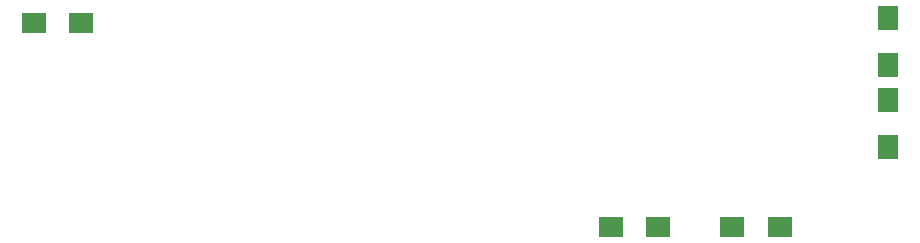
<source format=gbr>
G04 #@! TF.GenerationSoftware,KiCad,Pcbnew,(5.1.10)-1*
G04 #@! TF.CreationDate,2022-08-27T03:45:47-05:00*
G04 #@! TF.ProjectId,Common Slot Mini v1,436f6d6d-6f6e-4205-936c-6f74204d696e,rev?*
G04 #@! TF.SameCoordinates,Original*
G04 #@! TF.FileFunction,Paste,Top*
G04 #@! TF.FilePolarity,Positive*
%FSLAX46Y46*%
G04 Gerber Fmt 4.6, Leading zero omitted, Abs format (unit mm)*
G04 Created by KiCad (PCBNEW (5.1.10)-1) date 2022-08-27 03:45:47*
%MOMM*%
%LPD*%
G01*
G04 APERTURE LIST*
%ADD10R,2.000000X1.700000*%
%ADD11R,1.700000X2.000000*%
G04 APERTURE END LIST*
D10*
X164480000Y-109001000D03*
X160480000Y-109001000D03*
X170767000Y-109001000D03*
X174767000Y-109001000D03*
D11*
X183943000Y-91253000D03*
X183943000Y-95253000D03*
D10*
X111610400Y-91703600D03*
X115610400Y-91703600D03*
D11*
X183943000Y-102238000D03*
X183943000Y-98238000D03*
M02*

</source>
